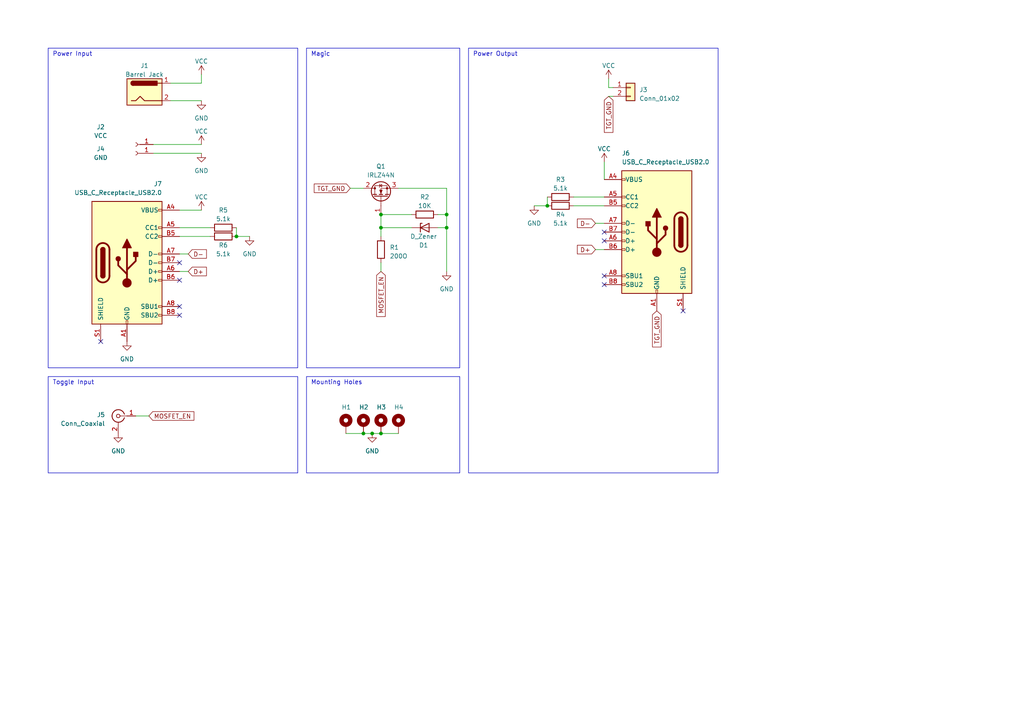
<source format=kicad_sch>
(kicad_sch (version 20231120) (generator "eeschema") (generator_version "8.0")
  (paper "A4")
  (lib_symbols
    (symbol "Connector:Conn_01x01_Socket" (pin_names (offset 1.016) hide)
      (property "Reference" "J" (at 0 2.54 0))
      (property "Value" "Conn_01x01_Socket" (at 0 -2.54 0))
      (symbol "Conn_01x01_Socket_1_1"
        (polyline (pts (xy -1.27 0) (xy -0.508 0)) (stroke (width 0.1524)))
        (arc (start 0 0.508) (mid -0.5058 0) (end 0 -0.508) (stroke (width 0.1524)))
        (pin passive line (at -5.08 0 0) (length 3.81) (name "Pin_1") (number "1"))
      )
    )
    (symbol "Connector:Conn_Coaxial" (pin_names (offset 1.016) hide)
      (property "Reference" "J" (at 0.254 3.048 0))
      (property "Value" "Conn_Coaxial" (at 2.921 0 90))
      (symbol "Conn_Coaxial_0_1"
        (arc (start -1.778 -0.508) (mid 0.2311 -1.8066) (end 1.778 0) (stroke (width 0.254)))
        (polyline (pts (xy -2.54 0) (xy -0.508 0)))
        (polyline (pts (xy 0 -2.54) (xy 0 -1.778)))
        (circle (center 0 0) (radius 0.508) (stroke (width 0.2032)))
        (arc (start 1.778 0) (mid 0.2099 1.8101) (end -1.778 0.508) (stroke (width 0.254)))
      )
      (symbol "Conn_Coaxial_1_1"
        (pin passive line (at -5.08 0 0) (length 2.54) (name "In") (number "1"))
        (pin passive line (at 0 -5.08 90) (length 2.54) (name "Ext") (number "2"))
      )
    )
    (symbol "Connector:Jack-DC" (pin_names (offset 1.016))
      (property "Reference" "J" (at 0 5.334 0))
      (property "Value" "Jack-DC" (at 0 -5.08 0))
      (symbol "Jack-DC_0_1"
        (rectangle (start -5.08 3.81) (end 5.08 -3.81) (stroke (width 0.254)) (fill (type background)))
        (arc (start -3.302 3.175) (mid -3.9343 2.54) (end -3.302 1.905) (stroke (width 0.254)))
        (arc (start -3.302 3.175) (mid -3.9343 2.54) (end -3.302 1.905) (stroke (width 0.254)) (fill (type outline)))
        (polyline (pts (xy 5.08 2.54) (xy 3.81 2.54)) (stroke (width 0.254)))
        (polyline (pts (xy -3.81 -2.54) (xy -2.54 -2.54) (xy -1.27 -1.27) (xy 0 -2.54) (xy 2.54 -2.54) (xy 5.08 -2.54)) (stroke (width 0.254)))
        (rectangle (start 3.683 3.175) (end -3.302 1.905) (stroke (width 0.254)) (fill (type outline)))
      )
      (symbol "Jack-DC_1_1"
        (pin passive line (at 7.62 2.54 180) (length 2.54) (name "~") (number "1"))
        (pin passive line (at 7.62 -2.54 180) (length 2.54) (name "~") (number "2"))
      )
    )
    (symbol "Connector:USB_C_Receptacle_USB2.0" (pin_names (offset 1.016))
      (property "Reference" "J" (at -10.16 19.05 0))
      (property "Value" "USB_C_Receptacle_USB2.0" (at 19.05 19.05 0))
      (symbol "USB_C_Receptacle_USB2.0_0_0"
        (rectangle (start -0.254 -17.78) (end 0.254 -16.764))
        (rectangle (start 10.16 -14.986) (end 9.144 -15.494))
        (rectangle (start 10.16 -12.446) (end 9.144 -12.954))
        (rectangle (start 10.16 -4.826) (end 9.144 -5.334))
        (rectangle (start 10.16 -2.286) (end 9.144 -2.794))
        (rectangle (start 10.16 0.254) (end 9.144 -0.254))
        (rectangle (start 10.16 2.794) (end 9.144 2.286))
        (rectangle (start 10.16 7.874) (end 9.144 7.366))
        (rectangle (start 10.16 10.414) (end 9.144 9.906))
        (rectangle (start 10.16 15.494) (end 9.144 14.986))
      )
      (symbol "USB_C_Receptacle_USB2.0_0_1"
        (rectangle (start -10.16 17.78) (end 10.16 -17.78) (stroke (width 0.254)) (fill (type background)))
        (arc (start -8.89 -3.81) (mid -6.985 -5.7067) (end -5.08 -3.81) (stroke (width 0.508)))
        (arc (start -7.62 -3.81) (mid -6.985 -4.4423) (end -6.35 -3.81) (stroke (width 0.254)))
        (arc (start -7.62 -3.81) (mid -6.985 -4.4423) (end -6.35 -3.81) (stroke (width 0.254)) (fill (type outline)))
        (rectangle (start -7.62 -3.81) (end -6.35 3.81) (stroke (width 0.254)) (fill (type outline)))
        (arc (start -6.35 3.81) (mid -6.985 4.4423) (end -7.62 3.81) (stroke (width 0.254)))
        (arc (start -6.35 3.81) (mid -6.985 4.4423) (end -7.62 3.81) (stroke (width 0.254)) (fill (type outline)))
        (arc (start -5.08 3.81) (mid -6.985 5.7067) (end -8.89 3.81) (stroke (width 0.508)))
        (circle (center -2.54 1.143) (radius 0.635) (stroke (width 0.254)) (fill (type outline)))
        (circle (center 0 -5.842) (radius 1.27) (fill (type outline)))
        (polyline (pts (xy -8.89 -3.81) (xy -8.89 3.81)) (stroke (width 0.508)))
        (polyline (pts (xy -5.08 3.81) (xy -5.08 -3.81)) (stroke (width 0.508)))
        (polyline (pts (xy 0 -5.842) (xy 0 4.318)) (stroke (width 0.508)))
        (polyline (pts (xy 0 -3.302) (xy -2.54 -0.762) (xy -2.54 0.508)) (stroke (width 0.508)))
        (polyline (pts (xy 0 -2.032) (xy 2.54 0.508) (xy 2.54 1.778)) (stroke (width 0.508)))
        (polyline (pts (xy -1.27 4.318) (xy 0 6.858) (xy 1.27 4.318) (xy -1.27 4.318)) (stroke (width 0.254)) (fill (type outline)))
        (rectangle (start 1.905 1.778) (end 3.175 3.048) (stroke (width 0.254)) (fill (type outline)))
      )
      (symbol "USB_C_Receptacle_USB2.0_1_1"
        (pin passive line (at 0 -22.86 90) (length 5.08) (name "GND") (number "A1"))
        (pin passive line (at 0 -22.86 90) (length 5.08) hide (name "GND") (number "A12"))
        (pin passive line (at 15.24 15.24 180) (length 5.08) (name "VBUS") (number "A4"))
        (pin bidirectional line (at 15.24 10.16 180) (length 5.08) (name "CC1") (number "A5"))
        (pin bidirectional line (at 15.24 -2.54 180) (length 5.08) (name "D+") (number "A6"))
        (pin bidirectional line (at 15.24 2.54 180) (length 5.08) (name "D-") (number "A7"))
        (pin bidirectional line (at 15.24 -12.7 180) (length 5.08) (name "SBU1") (number "A8"))
        (pin passive line (at 15.24 15.24 180) (length 5.08) hide (name "VBUS") (number "A9"))
        (pin passive line (at 0 -22.86 90) (length 5.08) hide (name "GND") (number "B1"))
        (pin passive line (at 0 -22.86 90) (length 5.08) hide (name "GND") (number "B12"))
        (pin passive line (at 15.24 15.24 180) (length 5.08) hide (name "VBUS") (number "B4"))
        (pin bidirectional line (at 15.24 7.62 180) (length 5.08) (name "CC2") (number "B5"))
        (pin bidirectional line (at 15.24 -5.08 180) (length 5.08) (name "D+") (number "B6"))
        (pin bidirectional line (at 15.24 0 180) (length 5.08) (name "D-") (number "B7"))
        (pin bidirectional line (at 15.24 -15.24 180) (length 5.08) (name "SBU2") (number "B8"))
        (pin passive line (at 15.24 15.24 180) (length 5.08) hide (name "VBUS") (number "B9"))
        (pin passive line (at -7.62 -22.86 90) (length 5.08) (name "SHIELD") (number "S1"))
      )
    )
    (symbol "Connector_Generic:Conn_01x02" (pin_names (offset 1.016) hide)
      (property "Reference" "J" (at 0 2.54 0))
      (property "Value" "Conn_01x02" (at 0 -5.08 0))
      (symbol "Conn_01x02_1_1"
        (rectangle (start -1.27 -2.413) (end 0 -2.667) (stroke (width 0.1524)))
        (rectangle (start -1.27 0.127) (end 0 -0.127) (stroke (width 0.1524)))
        (rectangle (start -1.27 1.27) (end 1.27 -3.81) (stroke (width 0.254)) (fill (type background)))
        (pin passive line (at -5.08 0 0) (length 3.81) (name "Pin_1") (number "1"))
        (pin passive line (at -5.08 -2.54 0) (length 3.81) (name "Pin_2") (number "2"))
      )
    )
    (symbol "Device:D_Zener" (pin_numbers hide) (pin_names (offset 1.016) hide)
      (property "Reference" "D" (at 0 2.54 0))
      (property "Value" "D_Zener" (at 0 -2.54 0))
      (symbol "D_Zener_0_1"
        (polyline (pts (xy 1.27 0) (xy -1.27 0)))
        (polyline (pts (xy -1.27 -1.27) (xy -1.27 1.27) (xy -0.762 1.27)) (stroke (width 0.254)))
        (polyline (pts (xy 1.27 -1.27) (xy 1.27 1.27) (xy -1.27 0) (xy 1.27 -1.27)) (stroke (width 0.254)))
      )
      (symbol "D_Zener_1_1"
        (pin passive line (at -3.81 0 0) (length 2.54) (name "K") (number "1"))
        (pin passive line (at 3.81 0 180) (length 2.54) (name "A") (number "2"))
      )
    )
    (symbol "Device:R" (pin_numbers hide) (pin_names (offset 0))
      (property "Reference" "R" (at 2.032 0 90))
      (property "Value" "R" (at 0 0 90))
      (symbol "R_0_1"
        (rectangle (start -1.016 -2.54) (end 1.016 2.54) (stroke (width 0.254)))
      )
      (symbol "R_1_1"
        (pin passive line (at 0 3.81 270) (length 1.27) (name "~") (number "1"))
        (pin passive line (at 0 -3.81 90) (length 1.27) (name "~") (number "2"))
      )
    )
    (symbol "Mechanical:MountingHole_Pad" (pin_numbers hide) (pin_names (offset 1.016) hide)
      (property "Reference" "H" (at 0 6.35 0))
      (property "Value" "MountingHole_Pad" (at 0 4.445 0))
      (symbol "MountingHole_Pad_0_1"
        (circle (center 0 1.27) (radius 1.27) (stroke (width 1.27)))
      )
      (symbol "MountingHole_Pad_1_1"
        (pin input line (at 0 -2.54 90) (length 2.54) (name "1") (number "1"))
      )
    )
    (symbol "Transistor_FET:IRLZ44N" (pin_names hide)
      (property "Reference" "Q" (at 6.35 1.905 0))
      (property "Value" "IRLZ44N" (at 6.35 0 0))
      (symbol "IRLZ44N_0_1"
        (polyline (pts (xy 0.254 0) (xy -2.54 0)))
        (polyline (pts (xy 0.254 1.905) (xy 0.254 -1.905)) (stroke (width 0.254)))
        (polyline (pts (xy 0.762 -1.27) (xy 0.762 -2.286)) (stroke (width 0.254)))
        (polyline (pts (xy 0.762 0.508) (xy 0.762 -0.508)) (stroke (width 0.254)))
        (polyline (pts (xy 0.762 2.286) (xy 0.762 1.27)) (stroke (width 0.254)))
        (polyline (pts (xy 2.54 2.54) (xy 2.54 1.778)))
        (polyline (pts (xy 2.54 -2.54) (xy 2.54 0) (xy 0.762 0)))
        (polyline (pts (xy 0.762 -1.778) (xy 3.302 -1.778) (xy 3.302 1.778) (xy 0.762 1.778)))
        (polyline (pts (xy 1.016 0) (xy 2.032 0.381) (xy 2.032 -0.381) (xy 1.016 0)) (fill (type outline)))
        (polyline (pts (xy 2.794 0.508) (xy 2.921 0.381) (xy 3.683 0.381) (xy 3.81 0.254)))
        (polyline (pts (xy 3.302 0.381) (xy 2.921 -0.254) (xy 3.683 -0.254) (xy 3.302 0.381)))
        (circle (center 1.651 0) (radius 2.794) (stroke (width 0.254)))
        (circle (center 2.54 -1.778) (radius 0.254) (fill (type outline)))
        (circle (center 2.54 1.778) (radius 0.254) (fill (type outline)))
      )
      (symbol "IRLZ44N_1_1"
        (pin input line (at -5.08 0 0) (length 2.54) (name "G") (number "1"))
        (pin passive line (at 2.54 5.08 270) (length 2.54) (name "D") (number "2"))
        (pin passive line (at 2.54 -5.08 90) (length 2.54) (name "S") (number "3"))
      )
    )
    (symbol "power:GND" (power) (pin_names (offset 0))
      (property "Value" "GND" (at 0 -3.81 0))
      (symbol "GND_0_1"
        (polyline (pts (xy 0 0) (xy 0 -1.27) (xy 1.27 -1.27) (xy 0 -2.54) (xy -1.27 -1.27) (xy 0 -1.27)))
      )
      (symbol "GND_1_1"
        (pin power_in line (at 0 0 270) (length 0) hide (name "GND") (number "1"))
      )
    )
    (symbol "power:VCC" (power) (pin_names (offset 0))
      (property "Value" "VCC" (at 0 3.81 0))
      (symbol "VCC_0_1"
        (polyline (pts (xy -0.762 1.27) (xy 0 2.54)))
        (polyline (pts (xy 0 0) (xy 0 2.54)))
        (polyline (pts (xy 0 2.54) (xy 0.762 1.27)))
      )
      (symbol "VCC_1_1"
        (pin power_in line (at 0 0 90) (length 0) hide (name "VCC") (number "1"))
      )
    )
  )
  (junction (at 105.41 125.73))
  (junction (at 110.49 125.73))
  (junction (at 110.49 62.23))
  (junction (at 107.95 125.73))
  (junction (at 158.75 59.69))
  (junction (at 68.58 68.58))
  (junction (at 129.54 66.04))
  (junction (at 129.54 62.23))
  (junction (at 110.49 66.04))
  (no_connect (at 175.26 67.31))
  (no_connect (at 175.26 82.55))
  (no_connect (at 52.07 76.2))
  (no_connect (at 175.26 80.01))
  (no_connect (at 175.26 69.85))
  (no_connect (at 52.07 91.44))
  (no_connect (at 29.21 99.06))
  (no_connect (at 52.07 81.28))
  (no_connect (at 198.12 90.17))
  (no_connect (at 52.07 88.9))
  (wire (pts (xy 52.07 66.04) (xy 60.96 66.04)))
  (wire (pts (xy 44.45 41.91) (xy 58.42 41.91)))
  (wire (pts (xy 175.26 52.07) (xy 175.26 46.99)))
  (wire (pts (xy 101.6 54.61) (xy 105.41 54.61)))
  (wire (pts (xy 105.41 125.73) (xy 107.95 125.73)))
  (wire (pts (xy 110.49 62.23) (xy 110.49 66.04)))
  (wire (pts (xy 107.95 125.73) (xy 110.49 125.73)))
  (wire (pts (xy 172.72 72.39) (xy 175.26 72.39)))
  (wire (pts (xy 110.49 125.73) (xy 115.57 125.73)))
  (wire (pts (xy 129.54 66.04) (xy 129.54 78.74)))
  (wire (pts (xy 49.53 29.21) (xy 58.42 29.21)))
  (wire (pts (xy 58.42 24.13) (xy 58.42 21.59)))
  (wire (pts (xy 154.94 59.69) (xy 158.75 59.69)))
  (wire (pts (xy 100.33 125.73) (xy 105.41 125.73)))
  (wire (pts (xy 129.54 54.61) (xy 129.54 62.23)))
  (wire (pts (xy 166.37 59.69) (xy 175.26 59.69)))
  (wire (pts (xy 110.49 76.2) (xy 110.49 78.74)))
  (wire (pts (xy 72.39 68.58) (xy 68.58 68.58)))
  (wire (pts (xy 166.37 57.15) (xy 175.26 57.15)))
  (wire (pts (xy 44.45 44.45) (xy 58.42 44.45)))
  (wire (pts (xy 39.37 120.65) (xy 43.18 120.65)))
  (wire (pts (xy 110.49 66.04) (xy 119.38 66.04)))
  (wire (pts (xy 52.07 68.58) (xy 60.96 68.58)))
  (wire (pts (xy 110.49 66.04) (xy 110.49 68.58)))
  (wire (pts (xy 115.57 54.61) (xy 129.54 54.61)))
  (wire (pts (xy 177.8 25.4) (xy 176.53 25.4)))
  (wire (pts (xy 127 62.23) (xy 129.54 62.23)))
  (wire (pts (xy 176.53 25.4) (xy 176.53 22.86)))
  (wire (pts (xy 52.07 73.66) (xy 54.61 73.66)))
  (wire (pts (xy 52.07 60.96) (xy 58.42 60.96)))
  (wire (pts (xy 68.58 66.04) (xy 68.58 68.58)))
  (wire (pts (xy 110.49 62.23) (xy 119.38 62.23)))
  (wire (pts (xy 158.75 57.15) (xy 158.75 59.69)))
  (wire (pts (xy 52.07 78.74) (xy 54.61 78.74)))
  (wire (pts (xy 127 66.04) (xy 129.54 66.04)))
  (wire (pts (xy 172.72 64.77) (xy 175.26 64.77)))
  (wire (pts (xy 176.53 27.94) (xy 177.8 27.94)))
  (wire (pts (xy 129.54 62.23) (xy 129.54 66.04)))
  (wire (pts (xy 49.53 24.13) (xy 58.42 24.13)))
  (rectangle (start 13.97 109.22) (end 86.36 137.16))
  (rectangle (start 88.9 13.97) (end 133.35 106.68))
  (rectangle (start 88.9 109.22) (end 133.35 137.16))
  (rectangle (start 13.97 13.97) (end 86.36 106.68))
  (rectangle (start 135.89 13.97) (end 208.28 137.16))
  (text "Magic" (at 90.17 16.51 0) (effects (font (size 1.27 1.27)) (justify left bottom)))
  (text "Toggle Input" (at 15.24 111.76 0) (effects (font (size 1.27 1.27)) (justify left bottom)))
  (text "Mounting Holes" (at 90.17 111.76 0) (effects (font (size 1.27 1.27)) (justify left bottom)))
  (text "Power Input" (at 15.24 16.51 0) (effects (font (size 1.27 1.27)) (justify left bottom)))
  (text "Power Output" (at 137.16 16.51 0) (effects (font (size 1.27 1.27)) (justify left bottom)))
  (global_label "TGT_GND" (shape input) (at 101.6 54.61 180) (property "Intersheetrefs" "${INTERSHEET_REFS}" (effects (hide yes))))
  (global_label "TGT_GND" (shape input) (at 176.53 27.94 270) (property "Intersheetrefs" "${INTERSHEET_REFS}" (effects (hide yes))))
  (global_label "D+" (shape input) (at 54.61 78.74 0) (property "Intersheetrefs" "${INTERSHEET_REFS}" (effects (hide yes))))
  (global_label "D+" (shape input) (at 172.72 72.39 180) (property "Intersheetrefs" "${INTERSHEET_REFS}" (effects (hide yes))))
  (global_label "MOSFET_EN" (shape input) (at 43.18 120.65 0) (property "Intersheetrefs" "${INTERSHEET_REFS}" (effects (hide yes))))
  (global_label "D-" (shape input) (at 54.61 73.66 0) (property "Intersheetrefs" "${INTERSHEET_REFS}" (effects (hide yes))))
  (global_label "TGT_GND" (shape input) (at 190.5 90.17 270) (property "Intersheetrefs" "${INTERSHEET_REFS}" (effects (hide yes))))
  (global_label "D-" (shape input) (at 172.72 64.77 180) (property "Intersheetrefs" "${INTERSHEET_REFS}" (effects (hide yes))))
  (global_label "MOSFET_EN" (shape input) (at 110.49 78.74 270) (property "Intersheetrefs" "${INTERSHEET_REFS}" (effects (hide yes))))
  (symbol (lib_id "Connector:USB_C_Receptacle_USB2.0") (at 190.5 67.31 0) (mirror y) (unit 1)
    (property "Reference" "J6" (at 180.34 44.45 0) (effects (justify right)))
    (property "Value" "USB_C_Receptacle_USB2.0" (at 180.34 46.99 0) (effects (justify right)))
    (property "Footprint" "Connector_USB:USB_C_Receptacle_HRO_TYPE-C-31-M-12" (effects (hide yes)))
    (property "Datasheet" "https://www.usb.org/sites/default/files/documents/usb_type-c.zip" (effects (hide yes)))
  )
  (symbol (lib_id "Connector:Conn_01x01_Socket") (at 39.37 41.91 0) (mirror y) (unit 1)
    (property "Reference" "J2" (at 29.21 36.83 0))
    (property "Value" "VCC" (at 29.21 39.37 0))
    (property "Footprint" "Pomona:POMONA_73099-0" (effects (hide yes)))
  )
  (symbol (lib_id "Device:D_Zener") (at 123.19 66.04 0) (unit 1)
    (property "Reference" "D1" (at 122.8725 71.12 0))
    (property "Value" "D_Zener" (at 122.8725 68.58 0))
    (property "Footprint" "Diode_SMD:D_0805_2012Metric_Pad1.15x1.40mm_HandSolder" (effects (hide yes)))
  )
  (symbol (lib_id "Mechanical:MountingHole_Pad") (at 115.57 123.19 0) (unit 1)
    (property "Reference" "H4" (at 114.3 118.11 0) (effects (justify left)))
    (property "Value" "H4" (effects (hide yes)))
    (property "Footprint" "MountingHole:MountingHole_3.2mm_M3_Pad_Via" (effects (hide yes)))
  )
  (symbol (lib_id "Device:R") (at 162.56 59.69 90) (unit 1)
    (property "Reference" "R4" (at 162.56 62.23 90))
    (property "Value" "5.1k" (at 162.56 64.77 90))
    (property "Footprint" "Resistor_SMD:R_0805_2012Metric_Pad1.20x1.40mm_HandSolder" (effects (hide yes)))
  )
  (symbol (lib_id "Connector:Conn_01x01_Socket") (at 39.37 44.45 0) (mirror y) (unit 1)
    (property "Reference" "J4" (at 29.21 43.18 0))
    (property "Value" "GND" (at 29.21 45.72 0))
    (property "Footprint" "Pomona:POMONA_73099-0" (effects (hide yes)))
  )
  (symbol (lib_id "Connector_Generic:Conn_01x02") (at 182.88 25.4 0) (unit 1)
    (property "Reference" "J3" (at 185.42 26.035 0) (effects (justify left)))
    (property "Value" "Conn_01x02" (at 185.42 28.575 0) (effects (justify left)))
    (property "Footprint" "Connector_JST:JST_EH_S2B-EH_1x02_P2.50mm_Horizontal" (effects (hide yes)))
  )
  (symbol (lib_id "Device:R") (at 64.77 68.58 270) (mirror x) (unit 1)
    (property "Reference" "R6" (at 64.77 71.12 90))
    (property "Value" "5.1k" (at 64.77 73.66 90))
    (property "Footprint" "Resistor_SMD:R_0805_2012Metric_Pad1.20x1.40mm_HandSolder" (effects (hide yes)))
  )
  (symbol (lib_id "power:GND") (at 36.83 99.06 0) (unit 1)
    (property "Reference" "#PWR06" (effects (hide yes)))
    (property "Value" "GND" (at 36.83 104.14 0))
  )
  (symbol (lib_id "power:GND") (at 72.39 68.58 0) (mirror y) (unit 1)
    (property "Reference" "#PWR012" (effects (hide yes)))
    (property "Value" "GND" (at 72.39 73.66 0))
  )
  (symbol (lib_id "Device:R") (at 123.19 62.23 90) (unit 1)
    (property "Reference" "R2" (at 123.19 57.15 90))
    (property "Value" "10K" (at 123.19 59.69 90))
    (property "Footprint" "Resistor_SMD:R_0805_2012Metric_Pad1.20x1.40mm_HandSolder" (effects (hide yes)))
  )
  (symbol (lib_id "Mechanical:MountingHole_Pad") (at 100.33 123.19 0) (unit 1)
    (property "Reference" "H1" (at 99.06 118.11 0) (effects (justify left)))
    (property "Value" "H1" (effects (hide yes)))
    (property "Footprint" "MountingHole:MountingHole_3.2mm_M3_Pad_Via" (effects (hide yes)))
  )
  (symbol (lib_id "power:GND") (at 129.54 78.74 0) (unit 1)
    (property "Reference" "#PWR09" (effects (hide yes)))
    (property "Value" "GND" (at 129.54 83.82 0))
  )
  (symbol (lib_id "power:GND") (at 154.94 59.69 0) (unit 1)
    (property "Reference" "#PWR011" (effects (hide yes)))
    (property "Value" "GND" (at 154.94 64.77 0))
  )
  (symbol (lib_id "Device:R") (at 110.49 72.39 0) (unit 1)
    (property "Reference" "R1" (at 113.03 71.755 0) (effects (justify left)))
    (property "Value" "200O" (at 113.03 74.295 0) (effects (justify left)))
    (property "Footprint" "Resistor_SMD:R_0805_2012Metric_Pad1.20x1.40mm_HandSolder" (effects (hide yes)))
  )
  (symbol (lib_id "Transistor_FET:IRLZ44N") (at 110.49 57.15 90) (unit 1)
    (property "Reference" "Q1" (at 110.49 48.26 90))
    (property "Value" "IRLZ44N" (at 110.49 50.8 90))
    (property "Footprint" "Package_TO_SOT_SMD:TO-263-2" (effects (hide yes)))
    (property "Datasheet" "http://www.irf.com/product-info/datasheets/data/irlz44n.pdf" (effects (hide yes)))
  )
  (symbol (lib_id "Device:R") (at 64.77 66.04 270) (mirror x) (unit 1)
    (property "Reference" "R5" (at 64.77 60.96 90))
    (property "Value" "5.1k" (at 64.77 63.5 90))
    (property "Footprint" "Resistor_SMD:R_0805_2012Metric_Pad1.20x1.40mm_HandSolder" (effects (hide yes)))
  )
  (symbol (lib_id "power:VCC") (at 175.26 46.99 0) (unit 1)
    (property "Reference" "#PWR08" (effects (hide yes)))
    (property "Value" "VCC" (at 175.26 43.18 0))
  )
  (symbol (lib_id "power:VCC") (at 176.53 22.86 0) (unit 1)
    (property "Reference" "#PWR010" (effects (hide yes)))
    (property "Value" "VCC" (at 176.53 19.05 0))
  )
  (symbol (lib_id "power:VCC") (at 58.42 60.96 0) (unit 1)
    (property "Reference" "#PWR05" (effects (hide yes)))
    (property "Value" "VCC" (at 58.42 57.15 0))
  )
  (symbol (lib_id "Device:R") (at 162.56 57.15 90) (unit 1)
    (property "Reference" "R3" (at 162.56 52.07 90))
    (property "Value" "5.1k" (at 162.56 54.61 90))
    (property "Footprint" "Resistor_SMD:R_0805_2012Metric_Pad1.20x1.40mm_HandSolder" (effects (hide yes)))
  )
  (symbol (lib_id "power:GND") (at 58.42 29.21 0) (unit 1)
    (property "Reference" "#PWR02" (effects (hide yes)))
    (property "Value" "GND" (at 58.42 34.29 0))
  )
  (symbol (lib_id "Connector:Jack-DC") (at 41.91 26.67 0) (unit 1)
    (property "Reference" "J1" (at 41.91 19.05 0))
    (property "Value" "Barrel Jack" (at 41.91 21.59 0))
    (property "Footprint" "Connector_BarrelJack:BarrelJack_CUI_PJ-063AH_Horizontal" (effects (hide yes)))
  )
  (symbol (lib_id "Connector:USB_C_Receptacle_USB2.0") (at 36.83 76.2 0) (unit 1)
    (property "Reference" "J7" (at 46.99 53.34 0) (effects (justify right)))
    (property "Value" "USB_C_Receptacle_USB2.0" (at 46.99 55.88 0) (effects (justify right)))
    (property "Footprint" "Connector_USB:USB_C_Receptacle_HRO_TYPE-C-31-M-12" (effects (hide yes)))
    (property "Datasheet" "https://www.usb.org/sites/default/files/documents/usb_type-c.zip" (effects (hide yes)))
  )
  (symbol (lib_id "Mechanical:MountingHole_Pad") (at 105.41 123.19 0) (unit 1)
    (property "Reference" "H2" (at 104.14 118.11 0) (effects (justify left)))
    (property "Value" "H2" (effects (hide yes)))
    (property "Footprint" "MountingHole:MountingHole_3.2mm_M3_Pad_Via" (effects (hide yes)))
  )
  (symbol (lib_id "power:GND") (at 107.95 125.73 0) (unit 1)
    (property "Reference" "#PWR014" (effects (hide yes)))
    (property "Value" "GND" (at 107.95 130.81 0))
  )
  (symbol (lib_id "Mechanical:MountingHole_Pad") (at 110.49 123.19 0) (unit 1)
    (property "Reference" "H3" (at 109.22 118.11 0) (effects (justify left)))
    (property "Value" "H3" (effects (hide yes)))
    (property "Footprint" "MountingHole:MountingHole_3.2mm_M3_Pad_Via" (effects (hide yes)))
  )
  (symbol (lib_id "power:VCC") (at 58.42 21.59 0) (unit 1)
    (property "Reference" "#PWR01" (effects (hide yes)))
    (property "Value" "VCC" (at 58.42 17.78 0))
  )
  (symbol (lib_id "Connector:Conn_Coaxial") (at 34.29 120.65 0) (mirror y) (unit 1)
    (property "Reference" "J5" (at 30.48 120.3082 0) (effects (justify left)))
    (property "Value" "Conn_Coaxial" (at 30.48 122.8482 0) (effects (justify left)))
    (property "Footprint" "Connector_Coaxial:SMB_Jack_Vertical" (effects (hide yes)))
    (property "Datasheet" " ~" (effects (hide yes)))
  )
  (symbol (lib_id "power:GND") (at 34.29 125.73 0) (unit 1)
    (property "Reference" "#PWR07" (effects (hide yes)))
    (property "Value" "GND" (at 34.29 130.81 0))
  )
  (symbol (lib_id "power:GND") (at 58.42 44.45 0) (unit 1)
    (property "Reference" "#PWR04" (effects (hide yes)))
    (property "Value" "GND" (at 58.42 49.53 0))
  )
  (symbol (lib_id "power:VCC") (at 58.42 41.91 0) (unit 1)
    (property "Reference" "#PWR03" (effects (hide yes)))
    (property "Value" "VCC" (at 58.42 38.1 0))
  )
)
</source>
